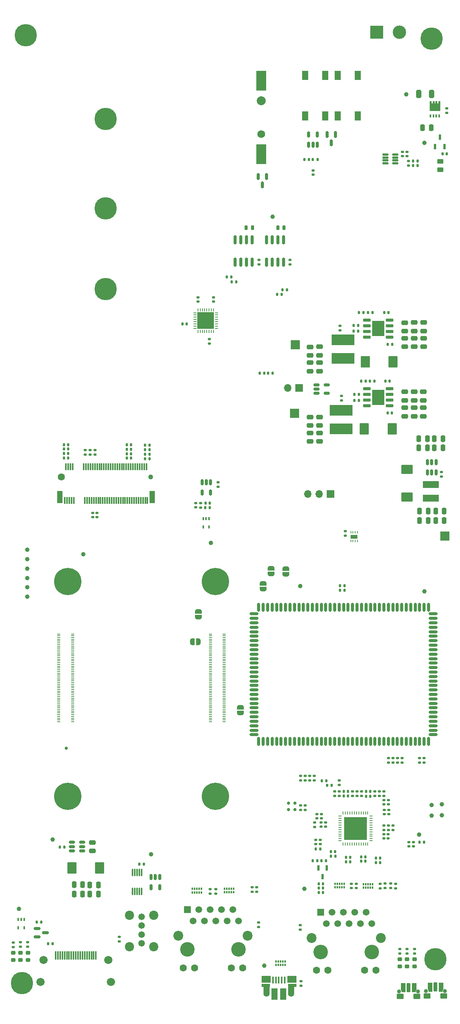
<source format=gbr>
%TF.GenerationSoftware,KiCad,Pcbnew,8.0.6*%
%TF.CreationDate,2025-01-01T18:14:05+00:00*%
%TF.ProjectId,srvant-mk2,73727661-6e74-42d6-9d6b-322e6b696361,rev?*%
%TF.SameCoordinates,Original*%
%TF.FileFunction,Soldermask,Top*%
%TF.FilePolarity,Negative*%
%FSLAX46Y46*%
G04 Gerber Fmt 4.6, Leading zero omitted, Abs format (unit mm)*
G04 Created by KiCad (PCBNEW 8.0.6) date 2025-01-01 18:14:05*
%MOMM*%
%LPD*%
G01*
G04 APERTURE LIST*
G04 Aperture macros list*
%AMRoundRect*
0 Rectangle with rounded corners*
0 $1 Rounding radius*
0 $2 $3 $4 $5 $6 $7 $8 $9 X,Y pos of 4 corners*
0 Add a 4 corners polygon primitive as box body*
4,1,4,$2,$3,$4,$5,$6,$7,$8,$9,$2,$3,0*
0 Add four circle primitives for the rounded corners*
1,1,$1+$1,$2,$3*
1,1,$1+$1,$4,$5*
1,1,$1+$1,$6,$7*
1,1,$1+$1,$8,$9*
0 Add four rect primitives between the rounded corners*
20,1,$1+$1,$2,$3,$4,$5,0*
20,1,$1+$1,$4,$5,$6,$7,0*
20,1,$1+$1,$6,$7,$8,$9,0*
20,1,$1+$1,$8,$9,$2,$3,0*%
%AMFreePoly0*
4,1,19,0.500000,-0.750000,0.000000,-0.750000,0.000000,-0.744911,-0.071157,-0.744911,-0.207708,-0.704816,-0.327430,-0.627875,-0.420627,-0.520320,-0.479746,-0.390866,-0.500000,-0.250000,-0.500000,0.250000,-0.479746,0.390866,-0.420627,0.520320,-0.327430,0.627875,-0.207708,0.704816,-0.071157,0.744911,0.000000,0.744911,0.000000,0.750000,0.500000,0.750000,0.500000,-0.750000,0.500000,-0.750000,
$1*%
%AMFreePoly1*
4,1,19,0.000000,0.744911,0.071157,0.744911,0.207708,0.704816,0.327430,0.627875,0.420627,0.520320,0.479746,0.390866,0.500000,0.250000,0.500000,-0.250000,0.479746,-0.390866,0.420627,-0.520320,0.327430,-0.627875,0.207708,-0.704816,0.071157,-0.744911,0.000000,-0.744911,0.000000,-0.750000,-0.500000,-0.750000,-0.500000,0.750000,0.000000,0.750000,0.000000,0.744911,0.000000,0.744911,
$1*%
%AMFreePoly2*
4,1,17,1.395000,0.765000,0.855000,0.765000,0.855000,0.535000,1.395000,0.535000,1.395000,0.115000,0.855000,0.115000,0.855000,-0.115000,1.395000,-0.115000,1.395000,-0.535000,0.855000,-0.535000,0.855000,-0.765000,1.395000,-0.765000,1.395000,-1.185000,-0.855000,-1.185000,-0.855000,1.185000,1.395000,1.185000,1.395000,0.765000,1.395000,0.765000,$1*%
G04 Aperture macros list end*
%ADD10C,0.010000*%
%ADD11RoundRect,0.140000X0.170000X-0.140000X0.170000X0.140000X-0.170000X0.140000X-0.170000X-0.140000X0*%
%ADD12RoundRect,0.250000X-0.250000X-0.475000X0.250000X-0.475000X0.250000X0.475000X-0.250000X0.475000X0*%
%ADD13RoundRect,0.140000X-0.170000X0.140000X-0.170000X-0.140000X0.170000X-0.140000X0.170000X0.140000X0*%
%ADD14RoundRect,0.135000X0.185000X-0.135000X0.185000X0.135000X-0.185000X0.135000X-0.185000X-0.135000X0*%
%ADD15RoundRect,0.135000X0.135000X0.185000X-0.135000X0.185000X-0.135000X-0.185000X0.135000X-0.185000X0*%
%ADD16C,1.000000*%
%ADD17R,1.397000X2.108200*%
%ADD18RoundRect,0.250000X0.475000X-0.250000X0.475000X0.250000X-0.475000X0.250000X-0.475000X-0.250000X0*%
%ADD19RoundRect,0.140000X0.140000X0.170000X-0.140000X0.170000X-0.140000X-0.170000X0.140000X-0.170000X0*%
%ADD20RoundRect,0.135000X-0.135000X-0.185000X0.135000X-0.185000X0.135000X0.185000X-0.135000X0.185000X0*%
%ADD21C,0.700000*%
%ADD22FreePoly0,270.000000*%
%ADD23FreePoly1,270.000000*%
%ADD24RoundRect,0.250000X0.250000X0.475000X-0.250000X0.475000X-0.250000X-0.475000X0.250000X-0.475000X0*%
%ADD25R,0.300000X0.550000*%
%ADD26R,0.400000X0.550000*%
%ADD27RoundRect,0.250000X-0.787500X-1.025000X0.787500X-1.025000X0.787500X1.025000X-0.787500X1.025000X0*%
%ADD28R,1.700000X1.700000*%
%ADD29O,1.700000X1.700000*%
%ADD30C,2.900000*%
%ADD31C,5.000000*%
%ADD32RoundRect,0.135000X-0.185000X0.135000X-0.185000X-0.135000X0.185000X-0.135000X0.185000X0.135000X0*%
%ADD33R,5.100000X2.350000*%
%ADD34R,2.710000X3.400000*%
%ADD35RoundRect,0.150000X0.737500X0.150000X-0.737500X0.150000X-0.737500X-0.150000X0.737500X-0.150000X0*%
%ADD36R,0.400000X0.650000*%
%ADD37RoundRect,0.150000X-0.150000X0.587500X-0.150000X-0.587500X0.150000X-0.587500X0.150000X0.587500X0*%
%ADD38RoundRect,0.150000X-0.150000X0.512500X-0.150000X-0.512500X0.150000X-0.512500X0.150000X0.512500X0*%
%ADD39C,1.473200*%
%ADD40C,2.057400*%
%ADD41RoundRect,0.250000X-0.450000X0.262500X-0.450000X-0.262500X0.450000X-0.262500X0.450000X0.262500X0*%
%ADD42C,0.900000*%
%ADD43RoundRect,0.102000X-0.300000X-0.900000X0.300000X-0.900000X0.300000X0.900000X-0.300000X0.900000X0*%
%ADD44RoundRect,0.102000X0.650000X0.450000X-0.650000X0.450000X-0.650000X-0.450000X0.650000X-0.450000X0*%
%ADD45RoundRect,0.102000X-0.650000X-0.450000X0.650000X-0.450000X0.650000X0.450000X-0.650000X0.450000X0*%
%ADD46RoundRect,0.140000X-0.140000X-0.170000X0.140000X-0.170000X0.140000X0.170000X-0.140000X0.170000X0*%
%ADD47RoundRect,0.218750X0.256250X-0.218750X0.256250X0.218750X-0.256250X0.218750X-0.256250X-0.218750X0*%
%ADD48RoundRect,0.250000X-0.475000X0.250000X-0.475000X-0.250000X0.475000X-0.250000X0.475000X0.250000X0*%
%ADD49R,0.558800X1.270000*%
%ADD50RoundRect,0.150000X0.200000X-0.150000X0.200000X0.150000X-0.200000X0.150000X-0.200000X-0.150000X0*%
%ADD51R,2.311400X4.495800*%
%ADD52C,1.752600*%
%ADD53C,2.006600*%
%ADD54RoundRect,0.250000X0.325000X0.650000X-0.325000X0.650000X-0.325000X-0.650000X0.325000X-0.650000X0*%
%ADD55RoundRect,0.150000X-0.150000X0.825000X-0.150000X-0.825000X0.150000X-0.825000X0.150000X0.825000X0*%
%ADD56R,0.420000X0.700000*%
%ADD57FreePoly2,90.000000*%
%ADD58R,0.254000X0.762000*%
%ADD59R,0.762000X0.254000*%
%ADD60R,3.708400X3.708400*%
%ADD61RoundRect,0.087500X-0.087500X0.725000X-0.087500X-0.725000X0.087500X-0.725000X0.087500X0.725000X0*%
%ADD62FreePoly0,90.000000*%
%ADD63FreePoly1,90.000000*%
%ADD64RoundRect,0.150000X-0.150000X-0.400000X0.150000X-0.400000X0.150000X0.400000X-0.150000X0.400000X0*%
%ADD65R,2.000000X2.000000*%
%ADD66C,3.250000*%
%ADD67R,1.500000X1.500000*%
%ADD68C,1.500000*%
%ADD69C,1.600000*%
%ADD70C,2.200000*%
%ADD71R,0.254800X0.757199*%
%ADD72R,0.757199X0.254800*%
%ADD73R,5.156200X5.156200*%
%ADD74R,0.330200X1.955800*%
%ADD75C,1.828800*%
%ADD76R,3.600000X1.500000*%
%ADD77RoundRect,0.218750X-0.256250X0.218750X-0.256250X-0.218750X0.256250X-0.218750X0.256250X0.218750X0*%
%ADD78RoundRect,0.125000X0.537500X0.125000X-0.537500X0.125000X-0.537500X-0.125000X0.537500X-0.125000X0*%
%ADD79RoundRect,0.150000X0.512500X0.150000X-0.512500X0.150000X-0.512500X-0.150000X0.512500X-0.150000X0*%
%ADD80RoundRect,0.250000X1.025000X-0.787500X1.025000X0.787500X-1.025000X0.787500X-1.025000X-0.787500X0*%
%ADD81C,6.100000*%
%ADD82R,0.700000X0.200000*%
%ADD83RoundRect,0.150000X-0.587500X-0.150000X0.587500X-0.150000X0.587500X0.150000X-0.587500X0.150000X0*%
%ADD84RoundRect,0.150000X0.150000X-0.512500X0.150000X0.512500X-0.150000X0.512500X-0.150000X-0.512500X0*%
%ADD85FreePoly0,180.000000*%
%ADD86FreePoly1,180.000000*%
%ADD87RoundRect,0.150000X-0.512500X-0.150000X0.512500X-0.150000X0.512500X0.150000X-0.512500X0.150000X0*%
%ADD88R,0.400000X1.650000*%
%ADD89R,1.825000X0.700000*%
%ADD90R,2.000000X1.500000*%
%ADD91R,1.350000X2.000000*%
%ADD92O,1.350000X1.700000*%
%ADD93O,1.100000X1.500000*%
%ADD94R,1.430000X2.500000*%
%ADD95O,2.000000X0.650000*%
%ADD96O,0.650000X2.000000*%
%ADD97R,0.250000X0.500000*%
%ADD98R,1.600000X0.900000*%
%ADD99R,3.000000X3.000000*%
%ADD100C,3.000000*%
%ADD101C,1.092200*%
%ADD102C,1.600200*%
%ADD103R,0.304800X1.549400*%
%ADD104R,1.193800X2.743200*%
G04 APERTURE END LIST*
D10*
%TO.C,SW4*%
X-30050000Y-217700000D02*
X-30833400Y-217700000D01*
X-30831180Y-217682769D01*
X-30828040Y-217648172D01*
X-30826610Y-217613459D01*
X-30826890Y-217578722D01*
X-30827680Y-217561366D01*
X-30827670Y-217561359D01*
X-30828610Y-217551850D01*
X-30830860Y-217532869D01*
X-30833580Y-217513950D01*
X-30836770Y-217495106D01*
X-30838540Y-217485716D01*
X-30840330Y-217476562D01*
X-30844260Y-217458331D01*
X-30848650Y-217440206D01*
X-30853480Y-217422194D01*
X-30856070Y-217413234D01*
X-30868650Y-217380716D01*
X-30898660Y-217317788D01*
X-30934880Y-217258225D01*
X-30976940Y-217202631D01*
X-31000000Y-217176500D01*
X-31000000Y-215700000D01*
X-30050000Y-215700000D01*
X-30050000Y-217700000D01*
G36*
X-30050000Y-217700000D02*
G01*
X-30833400Y-217700000D01*
X-30831180Y-217682769D01*
X-30828040Y-217648172D01*
X-30826610Y-217613459D01*
X-30826890Y-217578722D01*
X-30827680Y-217561366D01*
X-30827670Y-217561359D01*
X-30828610Y-217551850D01*
X-30830860Y-217532869D01*
X-30833580Y-217513950D01*
X-30836770Y-217495106D01*
X-30838540Y-217485716D01*
X-30840330Y-217476562D01*
X-30844260Y-217458331D01*
X-30848650Y-217440206D01*
X-30853480Y-217422194D01*
X-30856070Y-217413234D01*
X-30868650Y-217380716D01*
X-30898660Y-217317788D01*
X-30934880Y-217258225D01*
X-30976940Y-217202631D01*
X-31000000Y-217176500D01*
X-31000000Y-215700000D01*
X-30050000Y-215700000D01*
X-30050000Y-217700000D01*
G37*
X-27600000Y-217176500D02*
X-27599970Y-217176500D01*
X-27623060Y-217202631D01*
X-27665120Y-217258225D01*
X-27701340Y-217317788D01*
X-27731350Y-217380716D01*
X-27743920Y-217413234D01*
X-27746510Y-217422194D01*
X-27751350Y-217440206D01*
X-27755730Y-217458331D01*
X-27759670Y-217476562D01*
X-27761460Y-217485712D01*
X-27761460Y-217485716D01*
X-27763230Y-217495106D01*
X-27766420Y-217513950D01*
X-27769140Y-217532869D01*
X-27771390Y-217551850D01*
X-27772330Y-217561359D01*
X-27772320Y-217561366D01*
X-27773100Y-217578722D01*
X-27773390Y-217613459D01*
X-27771960Y-217648172D01*
X-27768820Y-217682769D01*
X-27766600Y-217700000D01*
X-28550000Y-217700000D01*
X-28550000Y-215700000D01*
X-27600000Y-215700000D01*
X-27600000Y-217176500D01*
G36*
X-27600000Y-217176500D02*
G01*
X-27599970Y-217176500D01*
X-27623060Y-217202631D01*
X-27665120Y-217258225D01*
X-27701340Y-217317788D01*
X-27731350Y-217380716D01*
X-27743920Y-217413234D01*
X-27746510Y-217422194D01*
X-27751350Y-217440206D01*
X-27755730Y-217458331D01*
X-27759670Y-217476562D01*
X-27761460Y-217485712D01*
X-27761460Y-217485716D01*
X-27763230Y-217495106D01*
X-27766420Y-217513950D01*
X-27769140Y-217532869D01*
X-27771390Y-217551850D01*
X-27772330Y-217561359D01*
X-27772320Y-217561366D01*
X-27773100Y-217578722D01*
X-27773390Y-217613459D01*
X-27771960Y-217648172D01*
X-27768820Y-217682769D01*
X-27766600Y-217700000D01*
X-28550000Y-217700000D01*
X-28550000Y-215700000D01*
X-27600000Y-215700000D01*
X-27600000Y-217176500D01*
G37*
%TO.C,SW1*%
X-24050000Y-217600000D02*
X-24833400Y-217600000D01*
X-24831180Y-217582769D01*
X-24828040Y-217548172D01*
X-24826610Y-217513459D01*
X-24826890Y-217478722D01*
X-24827680Y-217461366D01*
X-24827670Y-217461359D01*
X-24828610Y-217451850D01*
X-24830860Y-217432869D01*
X-24833580Y-217413950D01*
X-24836770Y-217395106D01*
X-24838540Y-217385716D01*
X-24840330Y-217376562D01*
X-24844260Y-217358331D01*
X-24848650Y-217340206D01*
X-24853480Y-217322194D01*
X-24856070Y-217313234D01*
X-24868650Y-217280716D01*
X-24898660Y-217217788D01*
X-24934880Y-217158225D01*
X-24976940Y-217102631D01*
X-25000000Y-217076500D01*
X-25000000Y-215600000D01*
X-24050000Y-215600000D01*
X-24050000Y-217600000D01*
G36*
X-24050000Y-217600000D02*
G01*
X-24833400Y-217600000D01*
X-24831180Y-217582769D01*
X-24828040Y-217548172D01*
X-24826610Y-217513459D01*
X-24826890Y-217478722D01*
X-24827680Y-217461366D01*
X-24827670Y-217461359D01*
X-24828610Y-217451850D01*
X-24830860Y-217432869D01*
X-24833580Y-217413950D01*
X-24836770Y-217395106D01*
X-24838540Y-217385716D01*
X-24840330Y-217376562D01*
X-24844260Y-217358331D01*
X-24848650Y-217340206D01*
X-24853480Y-217322194D01*
X-24856070Y-217313234D01*
X-24868650Y-217280716D01*
X-24898660Y-217217788D01*
X-24934880Y-217158225D01*
X-24976940Y-217102631D01*
X-25000000Y-217076500D01*
X-25000000Y-215600000D01*
X-24050000Y-215600000D01*
X-24050000Y-217600000D01*
G37*
X-21600000Y-217076500D02*
X-21599970Y-217076500D01*
X-21623060Y-217102631D01*
X-21665120Y-217158225D01*
X-21701340Y-217217788D01*
X-21731350Y-217280716D01*
X-21743920Y-217313234D01*
X-21746510Y-217322194D01*
X-21751350Y-217340206D01*
X-21755730Y-217358331D01*
X-21759670Y-217376562D01*
X-21761460Y-217385712D01*
X-21761460Y-217385716D01*
X-21763230Y-217395106D01*
X-21766420Y-217413950D01*
X-21769140Y-217432869D01*
X-21771390Y-217451850D01*
X-21772330Y-217461359D01*
X-21772320Y-217461366D01*
X-21773100Y-217478722D01*
X-21773390Y-217513459D01*
X-21771960Y-217548172D01*
X-21768820Y-217582769D01*
X-21766600Y-217600000D01*
X-22550000Y-217600000D01*
X-22550000Y-215600000D01*
X-21600000Y-215600000D01*
X-21600000Y-217076500D01*
G36*
X-21600000Y-217076500D02*
G01*
X-21599970Y-217076500D01*
X-21623060Y-217102631D01*
X-21665120Y-217158225D01*
X-21701340Y-217217788D01*
X-21731350Y-217280716D01*
X-21743920Y-217313234D01*
X-21746510Y-217322194D01*
X-21751350Y-217340206D01*
X-21755730Y-217358331D01*
X-21759670Y-217376562D01*
X-21761460Y-217385712D01*
X-21761460Y-217385716D01*
X-21763230Y-217395106D01*
X-21766420Y-217413950D01*
X-21769140Y-217432869D01*
X-21771390Y-217451850D01*
X-21772330Y-217461359D01*
X-21772320Y-217461366D01*
X-21773100Y-217478722D01*
X-21773390Y-217513459D01*
X-21771960Y-217548172D01*
X-21768820Y-217582769D01*
X-21766600Y-217600000D01*
X-22550000Y-217600000D01*
X-22550000Y-215600000D01*
X-21600000Y-215600000D01*
X-21600000Y-217076500D01*
G37*
%TD*%
D11*
%TO.C,C96*%
X-73841200Y-72778800D03*
X-73841200Y-71818800D03*
%TD*%
D12*
%TO.C,C77*%
X-100566500Y-195826400D03*
X-98666500Y-195826400D03*
%TD*%
D13*
%TO.C,C15*%
X-21900000Y-101532500D03*
X-21900000Y-102492500D03*
%TD*%
%TO.C,C82*%
X-43393800Y-114737400D03*
X-43393800Y-115697400D03*
%TD*%
D14*
%TO.C,R18*%
X-32800000Y-166478000D03*
X-32800000Y-165458000D03*
%TD*%
D15*
%TO.C,R46*%
X-47690000Y-170500000D03*
X-48710000Y-170500000D03*
%TD*%
D16*
%TO.C,TP14*%
X-102000000Y-119900000D03*
%TD*%
D14*
%TO.C,R15*%
X-34530700Y-194504000D03*
X-34530700Y-193484000D03*
%TD*%
D16*
%TO.C,TP17*%
X-61586400Y-211844000D03*
%TD*%
D17*
%TO.C,SW3*%
X-47929800Y-12852400D03*
X-47929800Y-21945600D03*
X-52400200Y-12852400D03*
X-52400200Y-21945600D03*
%TD*%
D18*
%TO.C,C25*%
X-49200000Y-91112500D03*
X-49200000Y-89212500D03*
%TD*%
D19*
%TO.C,C14*%
X-33520000Y-81162500D03*
X-34480000Y-81162500D03*
%TD*%
D20*
%TO.C,R11*%
X-62610000Y-79400000D03*
X-61590000Y-79400000D03*
%TD*%
D21*
%TO.C,TP15*%
X-105800000Y-163200000D03*
%TD*%
D22*
%TO.C,JP2*%
X-66929000Y-154051000D03*
D23*
X-66929000Y-155351000D03*
%TD*%
D24*
%TO.C,C4*%
X-25100000Y-96062500D03*
X-27000000Y-96062500D03*
%TD*%
D16*
%TO.C,TP10*%
X-26900000Y-182500000D03*
%TD*%
D25*
%TO.C,U19*%
X-68407600Y-194619600D03*
X-68907600Y-194619600D03*
D26*
X-69407600Y-194619600D03*
D25*
X-69907600Y-194619600D03*
X-70407600Y-194619600D03*
X-70407600Y-195389600D03*
X-69907600Y-195389600D03*
D26*
X-69407600Y-195389600D03*
D25*
X-68907600Y-195389600D03*
X-68407600Y-195389600D03*
%TD*%
D27*
%TO.C,C120*%
X-38962500Y-76862500D03*
X-32737500Y-76862500D03*
%TD*%
D16*
%TO.C,TRST1*%
X-114554000Y-127272000D03*
%TD*%
D19*
%TO.C,C85*%
X-91320000Y-95400000D03*
X-92280000Y-95400000D03*
%TD*%
D14*
%TO.C,R61*%
X-100500000Y-97600000D03*
X-100500000Y-96580000D03*
%TD*%
D20*
%TO.C,R75*%
X-69910000Y-57900000D03*
X-68890000Y-57900000D03*
%TD*%
D15*
%TO.C,R53*%
X-106238000Y-185292000D03*
X-107258000Y-185292000D03*
%TD*%
D28*
%TO.C,J3*%
X-46760000Y-106400000D03*
D29*
X-49300000Y-106400000D03*
X-51840000Y-106400000D03*
%TD*%
D19*
%TO.C,C62*%
X-45674600Y-187341400D03*
X-46634600Y-187341400D03*
%TD*%
%TO.C,C87*%
X-91320000Y-97400000D03*
X-92280000Y-97400000D03*
%TD*%
D30*
%TO.C,H1*%
X-97000000Y-60600000D03*
D31*
X-97000000Y-60600000D03*
%TD*%
D32*
%TO.C,R57*%
X-75794800Y-108423400D03*
X-75794800Y-109443400D03*
%TD*%
D13*
%TO.C,C35*%
X-34800000Y-174820000D03*
X-34800000Y-175780000D03*
%TD*%
D32*
%TO.C,R30*%
X-53400000Y-169390000D03*
X-53400000Y-170410000D03*
%TD*%
D33*
%TO.C,L4*%
X-43950000Y-71987500D03*
X-43950000Y-76137500D03*
%TD*%
D34*
%TO.C,U26*%
X-36070000Y-69412500D03*
D35*
X-33507500Y-71317500D03*
X-33507500Y-70047500D03*
X-33507500Y-68777500D03*
X-33507500Y-67507500D03*
X-38632500Y-67507500D03*
X-38632500Y-68777500D03*
X-38632500Y-70047500D03*
X-38632500Y-71317500D03*
%TD*%
D11*
%TO.C,C34*%
X-34700000Y-177980000D03*
X-34700000Y-177020000D03*
%TD*%
D36*
%TO.C,U18*%
X-115250000Y-201450000D03*
X-115900000Y-201450000D03*
X-116550000Y-201450000D03*
X-116550000Y-203350000D03*
X-115250000Y-203350000D03*
%TD*%
D37*
%TO.C,D9*%
X-45598000Y-26035000D03*
X-47498000Y-26035000D03*
X-46548000Y-27910000D03*
%TD*%
D14*
%TO.C,R24*%
X-52400000Y-177010000D03*
X-52400000Y-175990000D03*
%TD*%
D19*
%TO.C,C93*%
X-105390000Y-96370000D03*
X-106350000Y-96370000D03*
%TD*%
%TO.C,C125*%
X-48420000Y-194500000D03*
X-49380000Y-194500000D03*
%TD*%
D20*
%TO.C,R54*%
X-89510000Y-189100000D03*
X-88490000Y-189100000D03*
%TD*%
%TO.C,FB2*%
X-26810000Y-184200000D03*
X-25790000Y-184200000D03*
%TD*%
D12*
%TO.C,C19*%
X-23200000Y-110212500D03*
X-21300000Y-110212500D03*
%TD*%
D38*
%TO.C,U24*%
X-73570000Y-103762500D03*
X-74520000Y-103762500D03*
X-75470000Y-103762500D03*
X-75470000Y-106037500D03*
X-73570000Y-106037500D03*
%TD*%
D11*
%TO.C,C104*%
X-72430200Y-195709200D03*
X-72430200Y-194749200D03*
%TD*%
D25*
%TO.C,U20*%
X-75638600Y-194670400D03*
X-76138600Y-194670400D03*
D26*
X-76638600Y-194670400D03*
D25*
X-77138600Y-194670400D03*
X-77638600Y-194670400D03*
X-77638600Y-195440400D03*
X-77138600Y-195440400D03*
D26*
X-76638600Y-195440400D03*
D25*
X-76138600Y-195440400D03*
X-75638600Y-195440400D03*
%TD*%
D16*
%TO.C,USBOTG_ID*%
X-86868000Y-186944000D03*
%TD*%
D39*
%TO.C,J11*%
X-88988349Y-206857350D03*
X-88988349Y-204857351D03*
X-88988349Y-202857350D03*
X-88988349Y-200857352D03*
D40*
X-91708349Y-207587351D03*
X-86268349Y-207587351D03*
X-91708349Y-200587350D03*
X-86268349Y-200587350D03*
%TD*%
D19*
%TO.C,C90*%
X-73740000Y-108400000D03*
X-74700000Y-108400000D03*
%TD*%
D20*
%TO.C,R76*%
X-68810000Y-59000000D03*
X-67790000Y-59000000D03*
%TD*%
D12*
%TO.C,C75*%
X-100566500Y-193743600D03*
X-98666500Y-193743600D03*
%TD*%
D41*
%TO.C,R2*%
X-22200000Y-32087500D03*
X-22200000Y-33912500D03*
%TD*%
D13*
%TO.C,C66*%
X-48813000Y-179820000D03*
X-48813000Y-180780000D03*
%TD*%
D14*
%TO.C,R1*%
X-20758400Y-21261100D03*
X-20758400Y-20241100D03*
%TD*%
D33*
%TO.C,L2*%
X-44400000Y-87687500D03*
X-44400000Y-91837500D03*
%TD*%
D32*
%TO.C,R40*%
X-36800000Y-172890000D03*
X-36800000Y-173910000D03*
%TD*%
D42*
%TO.C,SW4*%
X-31425000Y-217600000D03*
X-27175000Y-217600000D03*
D43*
X-29300000Y-216700000D03*
D44*
X-31150000Y-218650000D03*
D45*
X-27450000Y-218650000D03*
%TD*%
D24*
%TO.C,C6*%
X-25100000Y-94012500D03*
X-27000000Y-94012500D03*
%TD*%
D46*
%TO.C,C45*%
X-39874600Y-188483800D03*
X-38914600Y-188483800D03*
%TD*%
D47*
%TO.C,D3*%
X-29600000Y-211987500D03*
X-29600000Y-210412500D03*
%TD*%
D14*
%TO.C,R20*%
X-25800000Y-166410000D03*
X-25800000Y-165390000D03*
%TD*%
D20*
%TO.C,R71*%
X-44610000Y-127900000D03*
X-43590000Y-127900000D03*
%TD*%
D46*
%TO.C,C42*%
X-88200000Y-96500000D03*
X-87240000Y-96500000D03*
%TD*%
D11*
%TO.C,C33*%
X-32800000Y-181480000D03*
X-32800000Y-180520000D03*
%TD*%
D20*
%TO.C,R69*%
X-38360000Y-65862500D03*
X-37340000Y-65862500D03*
%TD*%
D32*
%TO.C,R36*%
X-44800000Y-172890000D03*
X-44800000Y-173910000D03*
%TD*%
D19*
%TO.C,C92*%
X-105390000Y-95370000D03*
X-106350000Y-95370000D03*
%TD*%
%TO.C,C112*%
X-33770000Y-65862500D03*
X-34730000Y-65862500D03*
%TD*%
D46*
%TO.C,C114*%
X-41530000Y-69962500D03*
X-40570000Y-69962500D03*
%TD*%
D14*
%TO.C,R66*%
X-63230000Y-195300000D03*
X-63230000Y-194280000D03*
%TD*%
D18*
%TO.C,C12*%
X-28050000Y-85462500D03*
X-28050000Y-83562500D03*
%TD*%
D48*
%TO.C,C7*%
X-28050000Y-87112500D03*
X-28050000Y-89012500D03*
%TD*%
D14*
%TO.C,R33*%
X-45847000Y-173865000D03*
X-45847000Y-172845000D03*
%TD*%
D49*
%TO.C,D1*%
X-23328700Y-28756800D03*
X-21271300Y-28756800D03*
X-22300000Y-26674000D03*
%TD*%
D16*
%TO.C,TP19*%
X-59690000Y-44450000D03*
%TD*%
%TO.C,TP8*%
X-24130000Y-178308000D03*
%TD*%
D20*
%TO.C,R73*%
X-52580000Y-31623000D03*
X-51560000Y-31623000D03*
%TD*%
D47*
%TO.C,D10*%
X-117700000Y-210515150D03*
X-117700000Y-208940150D03*
%TD*%
D48*
%TO.C,C117*%
X-49200000Y-77062500D03*
X-49200000Y-78962500D03*
%TD*%
D34*
%TO.C,U2*%
X-36050000Y-84812500D03*
D35*
X-33487500Y-86717500D03*
X-33487500Y-85447500D03*
X-33487500Y-84177500D03*
X-33487500Y-82907500D03*
X-38612500Y-82907500D03*
X-38612500Y-84177500D03*
X-38612500Y-85447500D03*
X-38612500Y-86717500D03*
%TD*%
D19*
%TO.C,C69*%
X-33020000Y-88262500D03*
X-33980000Y-88262500D03*
%TD*%
D48*
%TO.C,C110*%
X-30150000Y-71612500D03*
X-30150000Y-73512500D03*
%TD*%
D13*
%TO.C,C54*%
X-28200000Y-184220000D03*
X-28200000Y-185180000D03*
%TD*%
D50*
%TO.C,D6*%
X-56100000Y-175500000D03*
X-56100000Y-176900000D03*
%TD*%
D16*
%TO.C,nOCS1*%
X-108848000Y-183592000D03*
%TD*%
D48*
%TO.C,C13*%
X-26000000Y-87112500D03*
X-26000000Y-89012500D03*
%TD*%
%TO.C,C26*%
X-49200000Y-92762500D03*
X-49200000Y-94662500D03*
%TD*%
D46*
%TO.C,C41*%
X-38780000Y-173941400D03*
X-37820000Y-173941400D03*
%TD*%
D50*
%TO.C,D5*%
X-54700000Y-175500000D03*
X-54700000Y-176900000D03*
%TD*%
D51*
%TO.C,BT1*%
X-62200000Y-30475010D03*
X-62200000Y-14074992D03*
D52*
X-62200000Y-26000000D03*
D53*
X-62200000Y-18550091D03*
%TD*%
D54*
%TO.C,C1*%
X-24100000Y-17007500D03*
X-27050000Y-17007500D03*
%TD*%
D55*
%TO.C,U6*%
X-57195000Y-49625000D03*
X-58465000Y-49625000D03*
X-59735000Y-49625000D03*
X-61005000Y-49625000D03*
X-61005000Y-54575000D03*
X-59735000Y-54575000D03*
X-58465000Y-54575000D03*
X-57195000Y-54575000D03*
%TD*%
D25*
%TO.C,U11*%
X-45710000Y-194335000D03*
X-45210000Y-194335000D03*
D26*
X-44710000Y-194335000D03*
D25*
X-44210000Y-194335000D03*
X-43710000Y-194335000D03*
X-43710000Y-193565000D03*
X-44210000Y-193565000D03*
D26*
X-44710000Y-193565000D03*
D25*
X-45210000Y-193565000D03*
X-45710000Y-193565000D03*
%TD*%
D13*
%TO.C,C30*%
X-30644700Y-29927400D03*
X-30644700Y-30887400D03*
%TD*%
D19*
%TO.C,C126*%
X-48420000Y-195500000D03*
X-49380000Y-195500000D03*
%TD*%
D32*
%TO.C,R39*%
X-39800000Y-172890000D03*
X-39800000Y-173910000D03*
%TD*%
D30*
%TO.C,H6*%
X-23300000Y-210400000D03*
D31*
X-23300000Y-210400000D03*
%TD*%
D11*
%TO.C,C94*%
X-76391300Y-63408750D03*
X-76391300Y-62448750D03*
%TD*%
D32*
%TO.C,FB1*%
X-53321600Y-215268400D03*
X-53321600Y-216288400D03*
%TD*%
D14*
%TO.C,R17*%
X-33316500Y-194504000D03*
X-33316500Y-193484000D03*
%TD*%
D32*
%TO.C,R25*%
X-50300000Y-179790000D03*
X-50300000Y-180810000D03*
%TD*%
D20*
%TO.C,R5*%
X-39910000Y-81162500D03*
X-38890000Y-81162500D03*
%TD*%
%TO.C,R12*%
X-60710000Y-79400000D03*
X-59690000Y-79400000D03*
%TD*%
D14*
%TO.C,R48*%
X-44800000Y-171410000D03*
X-44800000Y-170390000D03*
%TD*%
D18*
%TO.C,C9*%
X-30100000Y-85462500D03*
X-30100000Y-83562500D03*
%TD*%
D15*
%TO.C,R59*%
X-73735400Y-109466800D03*
X-74755400Y-109466800D03*
%TD*%
D18*
%TO.C,C116*%
X-49200000Y-75412500D03*
X-49200000Y-73512500D03*
%TD*%
D13*
%TO.C,C63*%
X-34800000Y-182420000D03*
X-34800000Y-183380000D03*
%TD*%
D14*
%TO.C,R13*%
X-29600000Y-209110000D03*
X-29600000Y-208090000D03*
%TD*%
D19*
%TO.C,C91*%
X-91320000Y-98400000D03*
X-92280000Y-98400000D03*
%TD*%
D46*
%TO.C,C2*%
X-21680000Y-30400000D03*
X-20720000Y-30400000D03*
%TD*%
D48*
%TO.C,C5*%
X-30100000Y-87112500D03*
X-30100000Y-89012500D03*
%TD*%
D56*
%TO.C,Q1*%
X-24375000Y-21907500D03*
X-23725000Y-21907500D03*
X-23075000Y-21907500D03*
X-22425000Y-21907500D03*
D57*
X-23400000Y-19952500D03*
%TD*%
D16*
%TO.C,TP13*%
X-21844000Y-178181000D03*
%TD*%
D14*
%TO.C,R60*%
X-116055200Y-207615050D03*
X-116055200Y-206595050D03*
%TD*%
D19*
%TO.C,C111*%
X-32970000Y-72962500D03*
X-33930000Y-72962500D03*
%TD*%
D32*
%TO.C,R42*%
X-50400000Y-169390000D03*
X-50400000Y-170410000D03*
%TD*%
D14*
%TO.C,R68*%
X-101600000Y-97600000D03*
X-101600000Y-96580000D03*
%TD*%
D16*
%TO.C,TP21*%
X-53500000Y-127000000D03*
%TD*%
D20*
%TO.C,R72*%
X-44610000Y-126900000D03*
X-43590000Y-126900000D03*
%TD*%
D11*
%TO.C,C40*%
X-42077600Y-194450000D03*
X-42077600Y-193490000D03*
%TD*%
D42*
%TO.C,SW1*%
X-25425000Y-217500000D03*
X-21175000Y-217500000D03*
D43*
X-23300000Y-216600000D03*
D44*
X-25150000Y-218550000D03*
D45*
X-21450000Y-218550000D03*
%TD*%
D16*
%TO.C,TCK1*%
X-114554000Y-123072000D03*
%TD*%
D15*
%TO.C,R8*%
X-27290000Y-33000000D03*
X-28310000Y-33000000D03*
%TD*%
D11*
%TO.C,C44*%
X-40960000Y-194450000D03*
X-40960000Y-193490000D03*
%TD*%
D14*
%TO.C,R67*%
X-64271000Y-195333800D03*
X-64271000Y-194313800D03*
%TD*%
D38*
%TO.C,U1*%
X-23150000Y-99275000D03*
X-24100000Y-99275000D03*
X-25050000Y-99275000D03*
X-25050000Y-101550000D03*
X-24100000Y-101550000D03*
X-23150000Y-101550000D03*
%TD*%
D19*
%TO.C,C86*%
X-91320000Y-96400000D03*
X-92280000Y-96400000D03*
%TD*%
D11*
%TO.C,C43*%
X-33800000Y-181480000D03*
X-33800000Y-180520000D03*
%TD*%
D18*
%TO.C,C70*%
X-100032700Y-186167400D03*
X-100032700Y-184267400D03*
%TD*%
D24*
%TO.C,C79*%
X-102185500Y-195825600D03*
X-104085500Y-195825600D03*
%TD*%
D16*
%TO.C,TMS1*%
X-114554000Y-125172000D03*
%TD*%
%TO.C,TDO1*%
X-114554000Y-120972000D03*
%TD*%
%TO.C,TP5*%
X-25781000Y-128143000D03*
%TD*%
D19*
%TO.C,C55*%
X-49720000Y-188400000D03*
X-50680000Y-188400000D03*
%TD*%
D32*
%TO.C,R41*%
X-35784000Y-172890000D03*
X-35784000Y-173910000D03*
%TD*%
D13*
%TO.C,C39*%
X-33800000Y-174820000D03*
X-33800000Y-175780000D03*
%TD*%
D15*
%TO.C,R4*%
X-40390000Y-84162500D03*
X-41410000Y-84162500D03*
%TD*%
D18*
%TO.C,C118*%
X-51300000Y-75462500D03*
X-51300000Y-73562500D03*
%TD*%
%TO.C,C109*%
X-25950000Y-69962500D03*
X-25950000Y-68062500D03*
%TD*%
D13*
%TO.C,C29*%
X-29300000Y-32020000D03*
X-29300000Y-32980000D03*
%TD*%
D16*
%TO.C,TP20*%
X-73533000Y-117348000D03*
%TD*%
D19*
%TO.C,C48*%
X-42325400Y-187584000D03*
X-43285400Y-187584000D03*
%TD*%
D32*
%TO.C,R34*%
X-52400000Y-169390000D03*
X-52400000Y-170410000D03*
%TD*%
D11*
%TO.C,C89*%
X-76887000Y-109413400D03*
X-76887000Y-108453400D03*
%TD*%
D30*
%TO.C,H5*%
X-115700000Y-215700000D03*
D31*
X-115700000Y-215700000D03*
%TD*%
D58*
%TO.C,U23*%
X-72891301Y-65220900D03*
X-73391300Y-65220900D03*
X-73891299Y-65220900D03*
X-74391300Y-65220900D03*
X-74891300Y-65220900D03*
X-75391301Y-65220900D03*
X-75891300Y-65220900D03*
X-76391299Y-65220900D03*
D59*
X-77067000Y-65896601D03*
X-77067000Y-66396600D03*
X-77067000Y-66896599D03*
X-77067000Y-67396600D03*
X-77067000Y-67896600D03*
X-77067000Y-68396601D03*
X-77067000Y-68896600D03*
X-77067000Y-69396599D03*
D58*
X-76391299Y-70072300D03*
X-75891300Y-70072300D03*
X-75391301Y-70072300D03*
X-74891300Y-70072300D03*
X-74391300Y-70072300D03*
X-73891299Y-70072300D03*
X-73391300Y-70072300D03*
X-72891301Y-70072300D03*
D59*
X-72215600Y-69396599D03*
X-72215600Y-68896600D03*
X-72215600Y-68396601D03*
X-72215600Y-67896600D03*
X-72215600Y-67396600D03*
X-72215600Y-66896599D03*
X-72215600Y-66396600D03*
X-72215600Y-65896601D03*
D60*
X-74641300Y-67646600D03*
%TD*%
D24*
%TO.C,C3*%
X-24250000Y-24500000D03*
X-26150000Y-24500000D03*
%TD*%
D61*
%TO.C,U15*%
X-89000000Y-190987500D03*
X-89500000Y-190987500D03*
X-90000000Y-190987500D03*
X-90500000Y-190987500D03*
X-91000000Y-190987500D03*
X-91000000Y-195212500D03*
X-90500000Y-195212500D03*
X-90000000Y-195212500D03*
X-89500000Y-195212500D03*
X-89000000Y-195212500D03*
%TD*%
D14*
%TO.C,R56*%
X-99400000Y-97600000D03*
X-99400000Y-96580000D03*
%TD*%
D46*
%TO.C,C97*%
X-79858400Y-68412600D03*
X-78898400Y-68412600D03*
%TD*%
D24*
%TO.C,C22*%
X-24900000Y-110212500D03*
X-26800000Y-110212500D03*
%TD*%
D48*
%TO.C,C108*%
X-25950000Y-71612500D03*
X-25950000Y-73512500D03*
%TD*%
D30*
%TO.C,H7*%
X-24100000Y-4600000D03*
D31*
X-24100000Y-4600000D03*
%TD*%
D46*
%TO.C,C84*%
X-88200000Y-98500000D03*
X-87240000Y-98500000D03*
%TD*%
D20*
%TO.C,R29*%
X-50010000Y-185700000D03*
X-48990000Y-185700000D03*
%TD*%
D62*
%TO.C,JP6*%
X-61800000Y-127650000D03*
D63*
X-61800000Y-126350000D03*
%TD*%
D19*
%TO.C,C73*%
X-108920000Y-206900000D03*
X-109880000Y-206900000D03*
%TD*%
D64*
%TO.C,Y3*%
X-65590000Y-46881800D03*
X-64190000Y-46881800D03*
%TD*%
D11*
%TO.C,C32*%
X-55800000Y-55080000D03*
X-55800000Y-54120000D03*
%TD*%
D13*
%TO.C,C31*%
X-29628700Y-29927400D03*
X-29628700Y-30887400D03*
%TD*%
%TO.C,C46*%
X-49000000Y-183720000D03*
X-49000000Y-184680000D03*
%TD*%
D46*
%TO.C,C102*%
X-88200000Y-97500000D03*
X-87240000Y-97500000D03*
%TD*%
D20*
%TO.C,R79*%
X-48810000Y-188400000D03*
X-47790000Y-188400000D03*
%TD*%
D55*
%TO.C,U17*%
X-64295000Y-49625000D03*
X-65565000Y-49625000D03*
X-66835000Y-49625000D03*
X-68105000Y-49625000D03*
X-68105000Y-54575000D03*
X-66835000Y-54575000D03*
X-65565000Y-54575000D03*
X-64295000Y-54575000D03*
%TD*%
D14*
%TO.C,R51*%
X-32148100Y-194520000D03*
X-32148100Y-193500000D03*
%TD*%
D62*
%TO.C,JP5*%
X-60000000Y-124300000D03*
D63*
X-60000000Y-123000000D03*
%TD*%
D14*
%TO.C,R21*%
X-26800000Y-166410000D03*
X-26800000Y-165390000D03*
%TD*%
D11*
%TO.C,C67*%
X-99900000Y-111580000D03*
X-99900000Y-110620000D03*
%TD*%
D14*
%TO.C,R65*%
X-114455200Y-207615050D03*
X-114455200Y-206595050D03*
%TD*%
D65*
%TO.C,TP23*%
X-54610000Y-73025000D03*
%TD*%
D32*
%TO.C,R16*%
X-44300000Y-84462500D03*
X-44300000Y-85482500D03*
%TD*%
D16*
%TO.C,TP1*%
X-25700000Y-27900000D03*
%TD*%
D12*
%TO.C,C21*%
X-23200000Y-112312500D03*
X-21300000Y-112312500D03*
%TD*%
D46*
%TO.C,C57*%
X-36580000Y-187800000D03*
X-35620000Y-187800000D03*
%TD*%
D16*
%TO.C,TDI1*%
X-114554000Y-129372000D03*
%TD*%
D20*
%TO.C,R10*%
X-57510000Y-60800000D03*
X-56490000Y-60800000D03*
%TD*%
D46*
%TO.C,C72*%
X-112417400Y-202099400D03*
X-111457400Y-202099400D03*
%TD*%
D38*
%TO.C,U13*%
X-84963000Y-192024000D03*
X-85913000Y-192024000D03*
X-86863000Y-192024000D03*
X-86863000Y-194299000D03*
X-84963000Y-194299000D03*
%TD*%
D13*
%TO.C,C88*%
X-62700000Y-54120000D03*
X-62700000Y-55080000D03*
%TD*%
D19*
%TO.C,C99*%
X-105390000Y-98370000D03*
X-106350000Y-98370000D03*
%TD*%
D66*
%TO.C,J5*%
X-48915000Y-208730000D03*
X-37485000Y-208730000D03*
D67*
X-48915000Y-199840000D03*
D68*
X-47645000Y-202380000D03*
X-46375000Y-199840000D03*
X-45105000Y-202380000D03*
X-43835000Y-199840000D03*
X-42565000Y-202380000D03*
X-41295000Y-199840000D03*
X-40025000Y-202380000D03*
X-38755000Y-199840000D03*
X-37485000Y-202380000D03*
D69*
X-49830000Y-212810000D03*
X-47290000Y-212810000D03*
X-39110000Y-212810000D03*
X-36570000Y-212810000D03*
D70*
X-50945000Y-205680000D03*
X-35455000Y-205680000D03*
%TD*%
D47*
%TO.C,D11*%
X-27940000Y-211985000D03*
X-27940000Y-210410000D03*
%TD*%
D71*
%TO.C,U12*%
X-43902000Y-184602001D03*
X-43402001Y-184602001D03*
X-42901999Y-184602001D03*
X-42402000Y-184602001D03*
X-41902001Y-184602001D03*
X-41402000Y-184602001D03*
X-40902000Y-184602001D03*
X-40401999Y-184602001D03*
X-39902000Y-184602001D03*
X-39402001Y-184602001D03*
X-38901999Y-184602001D03*
X-38402000Y-184602001D03*
D72*
X-37700000Y-183900001D03*
X-37700000Y-183400002D03*
X-37700000Y-182900000D03*
X-37700000Y-182400001D03*
X-37700000Y-181900002D03*
X-37700000Y-181400001D03*
X-37700000Y-180900001D03*
X-37700000Y-180400000D03*
X-37700000Y-179900001D03*
X-37700000Y-179400002D03*
X-37700000Y-178900000D03*
X-37700000Y-178400001D03*
D71*
X-38402000Y-177698001D03*
X-38901999Y-177698001D03*
X-39402001Y-177698001D03*
X-39902000Y-177698001D03*
X-40401999Y-177698001D03*
X-40902000Y-177698001D03*
X-41402000Y-177698001D03*
X-41902001Y-177698001D03*
X-42402000Y-177698001D03*
X-42901999Y-177698001D03*
X-43402001Y-177698001D03*
X-43902000Y-177698001D03*
D72*
X-44604000Y-178400001D03*
X-44604000Y-178900000D03*
X-44604000Y-179400002D03*
X-44604000Y-179900001D03*
X-44604000Y-180400000D03*
X-44604000Y-180900001D03*
X-44604000Y-181400001D03*
X-44604000Y-181900002D03*
X-44604000Y-182400001D03*
X-44604000Y-182900000D03*
X-44604000Y-183400002D03*
X-44604000Y-183900001D03*
D73*
X-41152000Y-181150001D03*
%TD*%
D18*
%TO.C,C23*%
X-51300000Y-91112500D03*
X-51300000Y-89212500D03*
%TD*%
D32*
%TO.C,FB4*%
X-94000000Y-205390000D03*
X-94000000Y-206410000D03*
%TD*%
D13*
%TO.C,C49*%
X-50000000Y-183720000D03*
X-50000000Y-184680000D03*
%TD*%
D32*
%TO.C,R78*%
X-71882000Y-103757000D03*
X-71882000Y-104777000D03*
%TD*%
D18*
%TO.C,C107*%
X-28050000Y-69962500D03*
X-28050000Y-68062500D03*
%TD*%
D15*
%TO.C,R7*%
X-27290000Y-32000000D03*
X-28310000Y-32000000D03*
%TD*%
D11*
%TO.C,C50*%
X-49800000Y-178900000D03*
X-49800000Y-177940000D03*
%TD*%
D74*
%TO.C,J10*%
X-99199999Y-209569999D03*
X-99700000Y-209569999D03*
X-100199999Y-209569999D03*
X-100700001Y-209569999D03*
X-101200000Y-209569999D03*
X-101699999Y-209569999D03*
X-102200000Y-209569999D03*
X-102699999Y-209569999D03*
X-103200001Y-209569999D03*
X-103700000Y-209569999D03*
X-104199999Y-209569999D03*
X-104700001Y-209569999D03*
X-105200000Y-209569999D03*
X-105700001Y-209569999D03*
X-106200000Y-209569999D03*
X-106699999Y-209569999D03*
X-107200001Y-209569999D03*
X-107700000Y-209569999D03*
X-108200001Y-209569999D03*
D75*
X-110949998Y-210569999D03*
X-96450002Y-210569999D03*
X-111550000Y-215470000D03*
X-95850000Y-215470000D03*
%TD*%
D48*
%TO.C,C27*%
X-51300000Y-92762500D03*
X-51300000Y-94662500D03*
%TD*%
D76*
%TO.C,L1*%
X-24300000Y-104287500D03*
X-24300000Y-107337500D03*
%TD*%
D32*
%TO.C,R62*%
X-44650000Y-68852500D03*
X-44650000Y-69872500D03*
%TD*%
D65*
%TO.C,TP2*%
X-54800000Y-88400000D03*
%TD*%
D16*
%TO.C,TP9*%
X-21844000Y-175768000D03*
%TD*%
D14*
%TO.C,R70*%
X-27940000Y-209120000D03*
X-27940000Y-208100000D03*
%TD*%
D77*
%TO.C,D8*%
X-114398200Y-208940150D03*
X-114398200Y-210515150D03*
%TD*%
D47*
%TO.C,D4*%
X-31242000Y-211988500D03*
X-31242000Y-210413500D03*
%TD*%
D11*
%TO.C,C36*%
X-33700000Y-177980000D03*
X-33700000Y-177020000D03*
%TD*%
D16*
%TO.C,TP4*%
X-52614999Y-194665200D03*
%TD*%
D15*
%TO.C,R63*%
X-40540000Y-68762500D03*
X-41560000Y-68762500D03*
%TD*%
D48*
%TO.C,C106*%
X-28050000Y-71612500D03*
X-28050000Y-73512500D03*
%TD*%
D16*
%TO.C,TP11*%
X-116400000Y-199100000D03*
%TD*%
D13*
%TO.C,C95*%
X-72901400Y-62446200D03*
X-72901400Y-63406200D03*
%TD*%
D16*
%TO.C,RTCK1*%
X-114554000Y-118872000D03*
%TD*%
D19*
%TO.C,C122*%
X-42820000Y-172900000D03*
X-43780000Y-172900000D03*
%TD*%
%TO.C,C98*%
X-105390000Y-97370000D03*
X-106350000Y-97370000D03*
%TD*%
D78*
%TO.C,U4*%
X-32225000Y-32500000D03*
X-32225000Y-31850000D03*
X-32225000Y-31200000D03*
X-32225000Y-30550000D03*
X-34500000Y-30550000D03*
X-34500000Y-31200000D03*
X-34500000Y-31850000D03*
X-34500000Y-32500000D03*
%TD*%
D20*
%TO.C,R6*%
X-37910000Y-81162500D03*
X-36890000Y-81162500D03*
%TD*%
D30*
%TO.C,H2*%
X-97000000Y-42600000D03*
D31*
X-97000000Y-42600000D03*
%TD*%
D19*
%TO.C,C64*%
X-45700000Y-186300000D03*
X-46660000Y-186300000D03*
%TD*%
D14*
%TO.C,R50*%
X-34800000Y-173910000D03*
X-34800000Y-172890000D03*
%TD*%
D25*
%TO.C,U7*%
X-56898200Y-210900200D03*
X-57398200Y-210900200D03*
D26*
X-57898200Y-210900200D03*
D25*
X-58398200Y-210900200D03*
X-58898200Y-210900200D03*
X-58898200Y-211670200D03*
X-58398200Y-211670200D03*
D26*
X-57898200Y-211670200D03*
D25*
X-57398200Y-211670200D03*
X-56898200Y-211670200D03*
%TD*%
D14*
%TO.C,R44*%
X-35653300Y-194520000D03*
X-35653300Y-193500000D03*
%TD*%
D64*
%TO.C,Y1*%
X-58520000Y-46900000D03*
X-57120000Y-46900000D03*
%TD*%
D32*
%TO.C,R38*%
X-40800000Y-172890000D03*
X-40800000Y-173910000D03*
%TD*%
D79*
%TO.C,U14*%
X-102248000Y-186142000D03*
X-102248000Y-185192000D03*
X-102248000Y-184242000D03*
X-104523000Y-184242000D03*
X-104523000Y-185192000D03*
X-104523000Y-186142000D03*
%TD*%
D19*
%TO.C,C59*%
X-42820000Y-173900000D03*
X-43780000Y-173900000D03*
%TD*%
D15*
%TO.C,R9*%
X-57690000Y-61800000D03*
X-58710000Y-61800000D03*
%TD*%
D46*
%TO.C,C51*%
X-39880000Y-187500000D03*
X-38920000Y-187500000D03*
%TD*%
D11*
%TO.C,C68*%
X-99000000Y-111580000D03*
X-99000000Y-110620000D03*
%TD*%
D80*
%TO.C,C24*%
X-29600000Y-107125000D03*
X-29600000Y-100900000D03*
%TD*%
D14*
%TO.C,FB8*%
X-62865000Y-203202000D03*
X-62865000Y-202182000D03*
%TD*%
D36*
%TO.C,U21*%
X-73920000Y-111900000D03*
X-74570000Y-111900000D03*
X-75220000Y-111900000D03*
X-75220000Y-113800000D03*
X-73920000Y-113800000D03*
%TD*%
D15*
%TO.C,R77*%
X-49655000Y-31623000D03*
X-50675000Y-31623000D03*
%TD*%
D17*
%TO.C,SW2*%
X-45096400Y-21945600D03*
X-45096400Y-12852400D03*
X-40626000Y-21945600D03*
X-40626000Y-12852400D03*
%TD*%
D81*
%TO.C,Module1*%
X-72500000Y-174000000D03*
X-72500000Y-126000000D03*
X-105500000Y-174000000D03*
X-105500000Y-126000000D03*
D82*
X-70500000Y-157300000D03*
X-73580000Y-157300000D03*
X-70500000Y-156900000D03*
X-73580000Y-156900000D03*
X-70500000Y-156500000D03*
X-73580000Y-156500000D03*
X-70500000Y-156100000D03*
X-73580000Y-156100000D03*
X-70500000Y-155700000D03*
X-73580000Y-155700000D03*
X-70500000Y-155300000D03*
X-73580000Y-155300000D03*
X-70500000Y-154900000D03*
X-73580000Y-154900000D03*
X-70500000Y-154500000D03*
X-73580000Y-154500000D03*
X-70500000Y-154100000D03*
X-73580000Y-154100000D03*
X-70500000Y-153700000D03*
X-73580000Y-153700000D03*
X-70500000Y-153300000D03*
X-73580000Y-153300000D03*
X-70500000Y-152900000D03*
X-73580000Y-152900000D03*
X-70500000Y-152500000D03*
X-73580000Y-152500000D03*
X-70500000Y-152100000D03*
X-73580000Y-152100000D03*
X-70500000Y-151700000D03*
X-73580000Y-151700000D03*
X-70500000Y-151300000D03*
X-73580000Y-151300000D03*
X-70500000Y-150900000D03*
X-73580000Y-150900000D03*
X-70500000Y-150500000D03*
X-73580000Y-150500000D03*
X-70500000Y-150100000D03*
X-73580000Y-150100000D03*
X-70500000Y-149700000D03*
X-73580000Y-149700000D03*
X-70500000Y-149300000D03*
X-73580000Y-149300000D03*
X-70500000Y-148900000D03*
X-73580000Y-148900000D03*
X-70500000Y-148500000D03*
X-73580000Y-148500000D03*
X-70500000Y-148100000D03*
X-73580000Y-148100000D03*
X-70500000Y-147700000D03*
X-73580000Y-147700000D03*
X-70500000Y-147300000D03*
X-73580000Y-147300000D03*
X-70500000Y-146900000D03*
X-73580000Y-146900000D03*
X-70500000Y-146500000D03*
X-73580000Y-146500000D03*
X-70500000Y-146100000D03*
X-73580000Y-146100000D03*
X-70500000Y-145700000D03*
X-73580000Y-145700000D03*
X-70500000Y-145300000D03*
X-73580000Y-145300000D03*
X-70500000Y-144900000D03*
X-73580000Y-144900000D03*
X-70500000Y-144500000D03*
X-73580000Y-144500000D03*
X-70500000Y-144100000D03*
X-73580000Y-144100000D03*
X-70500000Y-143700000D03*
X-73580000Y-143700000D03*
X-70500000Y-143300000D03*
X-73580000Y-143300000D03*
X-70500000Y-142900000D03*
X-73580000Y-142900000D03*
X-70500000Y-142500000D03*
X-73580000Y-142500000D03*
X-70500000Y-142100000D03*
X-73580000Y-142100000D03*
X-70500000Y-141700000D03*
X-73580000Y-141700000D03*
X-70500000Y-141300000D03*
X-73580000Y-141300000D03*
X-70500000Y-140900000D03*
X-73580000Y-140900000D03*
X-70500000Y-140500000D03*
X-73580000Y-140500000D03*
X-70500000Y-140100000D03*
X-73580000Y-140100000D03*
X-70500000Y-139700000D03*
X-73580000Y-139700000D03*
X-70500000Y-139300000D03*
X-73580000Y-139300000D03*
X-70500000Y-138900000D03*
X-73580000Y-138900000D03*
X-70500000Y-138500000D03*
X-73580000Y-138500000D03*
X-70500000Y-138100000D03*
X-73580000Y-138100000D03*
X-70500000Y-137700000D03*
X-73580000Y-137700000D03*
X-104420000Y-157300000D03*
X-107500000Y-157300000D03*
X-104420000Y-156900000D03*
X-107500000Y-156900000D03*
X-104420000Y-156500000D03*
X-107500000Y-156500000D03*
X-104420000Y-156100000D03*
X-107500000Y-156100000D03*
X-104420000Y-155700000D03*
X-107500000Y-155700000D03*
X-104420000Y-155300000D03*
X-107500000Y-155300000D03*
X-104420000Y-154900000D03*
X-107500000Y-154900000D03*
X-104420000Y-154500000D03*
X-107500000Y-154500000D03*
X-104420000Y-154100000D03*
X-107500000Y-154100000D03*
X-104420000Y-153700000D03*
X-107500000Y-153700000D03*
X-104420000Y-153300000D03*
X-107500000Y-153300000D03*
X-104420000Y-152900000D03*
X-107500000Y-152900000D03*
X-104420000Y-152500000D03*
X-107500000Y-152500000D03*
X-104420000Y-152100000D03*
X-107500000Y-152100000D03*
X-104420000Y-151700000D03*
X-107500000Y-151700000D03*
X-104420000Y-151300000D03*
X-107500000Y-151300000D03*
X-104420000Y-150900000D03*
X-107500000Y-150900000D03*
X-104420000Y-150500000D03*
X-107500000Y-150500000D03*
X-104420000Y-150100000D03*
X-107500000Y-150100000D03*
X-104420000Y-149700000D03*
X-107500000Y-149700000D03*
X-104420000Y-149300000D03*
X-107500000Y-149300000D03*
X-104420000Y-148900000D03*
X-107500000Y-148900000D03*
X-104420000Y-148500000D03*
X-107500000Y-148500000D03*
X-104420000Y-148100000D03*
X-107500000Y-148100000D03*
X-104420000Y-147700000D03*
X-107500000Y-147700000D03*
X-104420000Y-147300000D03*
X-107500000Y-147300000D03*
X-104420000Y-146900000D03*
X-107500000Y-146900000D03*
X-104420000Y-146500000D03*
X-107500000Y-146500000D03*
X-104420000Y-146100000D03*
X-107500000Y-146100000D03*
X-104420000Y-145700000D03*
X-107500000Y-145700000D03*
X-104420000Y-145300000D03*
X-107500000Y-145300000D03*
X-104420000Y-144900000D03*
X-107500000Y-144900000D03*
X-104420000Y-144500000D03*
X-107500000Y-144500000D03*
X-104420000Y-144100000D03*
X-107500000Y-144100000D03*
X-104420000Y-143700000D03*
X-107500000Y-143700000D03*
X-104420000Y-143300000D03*
X-107500000Y-143300000D03*
X-104420000Y-142900000D03*
X-107500000Y-142900000D03*
X-104420000Y-142500000D03*
X-107500000Y-142500000D03*
X-104420000Y-142100000D03*
X-107500000Y-142100000D03*
X-104420000Y-141700000D03*
X-107500000Y-141700000D03*
X-104420000Y-141300000D03*
X-107500000Y-141300000D03*
X-104420000Y-140900000D03*
X-107500000Y-140900000D03*
X-104420000Y-140500000D03*
X-107500000Y-140500000D03*
X-104420000Y-140100000D03*
X-107500000Y-140100000D03*
X-104420000Y-139700000D03*
X-107500000Y-139700000D03*
X-104420000Y-139300000D03*
X-107500000Y-139300000D03*
X-104420000Y-138900000D03*
X-107500000Y-138900000D03*
X-104420000Y-138500000D03*
X-107500000Y-138500000D03*
X-104420000Y-138100000D03*
X-107500000Y-138100000D03*
X-104420000Y-137700000D03*
X-107500000Y-137700000D03*
%TD*%
D27*
%TO.C,C28*%
X-39200000Y-91862500D03*
X-32975000Y-91862500D03*
%TD*%
D62*
%TO.C,JP3*%
X-56700000Y-124400000D03*
D63*
X-56700000Y-123100000D03*
%TD*%
D66*
%TO.C,J9*%
X-78715000Y-208220000D03*
X-67285000Y-208220000D03*
D67*
X-78715000Y-199330000D03*
D68*
X-77445000Y-201870000D03*
X-76175000Y-199330000D03*
X-74905000Y-201870000D03*
X-73635000Y-199330000D03*
X-72365000Y-201870000D03*
X-71095000Y-199330000D03*
X-69825000Y-201870000D03*
X-68555000Y-199330000D03*
X-67285000Y-201870000D03*
D69*
X-79630000Y-212300000D03*
X-77090000Y-212300000D03*
X-68910000Y-212300000D03*
X-66370000Y-212300000D03*
D70*
X-80745000Y-205170000D03*
X-65255000Y-205170000D03*
%TD*%
D83*
%TO.C,U9*%
X-112394900Y-203486200D03*
X-112394900Y-205386200D03*
X-110519900Y-204436200D03*
%TD*%
D13*
%TO.C,C37*%
X-50673000Y-34064000D03*
X-50673000Y-35024000D03*
%TD*%
D84*
%TO.C,U25*%
X-51623000Y-28315500D03*
X-50673000Y-28315500D03*
X-49723000Y-28315500D03*
X-49723000Y-26040500D03*
X-51623000Y-26040500D03*
%TD*%
D11*
%TO.C,C105*%
X-73649400Y-195709200D03*
X-73649400Y-194749200D03*
%TD*%
%TO.C,C123*%
X-34800000Y-181480000D03*
X-34800000Y-180520000D03*
%TD*%
D12*
%TO.C,C10*%
X-23500000Y-94012500D03*
X-21600000Y-94012500D03*
%TD*%
D14*
%TO.C,R14*%
X-31242000Y-209111000D03*
X-31242000Y-208091000D03*
%TD*%
D46*
%TO.C,C60*%
X-36580000Y-188800000D03*
X-35620000Y-188800000D03*
%TD*%
D24*
%TO.C,C18*%
X-24900000Y-112312500D03*
X-26800000Y-112312500D03*
%TD*%
D85*
%TO.C,JP7*%
X-76300000Y-139400000D03*
D86*
X-77600000Y-139400000D03*
%TD*%
D14*
%TO.C,R28*%
X-51400000Y-170410000D03*
X-51400000Y-169390000D03*
%TD*%
D30*
%TO.C,H4*%
X-114900000Y-3900000D03*
D31*
X-114900000Y-3900000D03*
%TD*%
D46*
%TO.C,C38*%
X-38780000Y-172900000D03*
X-37820000Y-172900000D03*
%TD*%
D30*
%TO.C,H3*%
X-97000000Y-22600000D03*
D31*
X-97000000Y-22600000D03*
%TD*%
D87*
%TO.C,U3*%
X-49875000Y-82000000D03*
X-49875000Y-82950000D03*
X-49875000Y-83900000D03*
X-47600000Y-83900000D03*
X-47600000Y-82000000D03*
%TD*%
D11*
%TO.C,C53*%
X-53400000Y-176980000D03*
X-53400000Y-176020000D03*
%TD*%
D20*
%TO.C,R47*%
X-47510000Y-171500000D03*
X-46490000Y-171500000D03*
%TD*%
D18*
%TO.C,C121*%
X-30150000Y-70012500D03*
X-30150000Y-68112500D03*
%TD*%
D77*
%TO.C,D7*%
X-116100000Y-208940150D03*
X-116100000Y-210515150D03*
%TD*%
D16*
%TO.C,TP3*%
X-29800000Y-17100000D03*
%TD*%
D46*
%TO.C,C17*%
X-41380000Y-85462500D03*
X-40420000Y-85462500D03*
%TD*%
D19*
%TO.C,C124*%
X-48420000Y-193500000D03*
X-49380000Y-193500000D03*
%TD*%
D13*
%TO.C,C65*%
X-47800000Y-179820000D03*
X-47800000Y-180780000D03*
%TD*%
D14*
%TO.C,R19*%
X-31784000Y-166478000D03*
X-31784000Y-165458000D03*
%TD*%
%TO.C,R23*%
X-30768000Y-166478000D03*
X-30768000Y-165458000D03*
%TD*%
D88*
%TO.C,J4*%
X-59600000Y-215006600D03*
X-58950000Y-215006600D03*
X-58300000Y-215006600D03*
X-57650000Y-215006600D03*
X-57000000Y-215006600D03*
D89*
X-61250000Y-216206600D03*
D90*
X-61150000Y-214906600D03*
D91*
X-61030000Y-216956600D03*
D92*
X-61030000Y-217886600D03*
D93*
X-60720000Y-214886600D03*
D94*
X-59260000Y-218156600D03*
X-57340000Y-218156600D03*
D93*
X-55880000Y-214886600D03*
D92*
X-55570000Y-217886600D03*
D91*
X-55550000Y-216956600D03*
D90*
X-55400000Y-214886600D03*
D89*
X-55300000Y-216206600D03*
%TD*%
D65*
%TO.C,TP16*%
X-21200000Y-115800000D03*
%TD*%
D95*
%TO.C,U5*%
X-23800000Y-160200000D03*
X-23800000Y-159200000D03*
X-23800000Y-158200000D03*
X-23800000Y-157200000D03*
X-23800000Y-156200000D03*
X-23800000Y-155200000D03*
X-23800000Y-154200000D03*
X-23800000Y-153200000D03*
X-23800000Y-152200000D03*
X-23800000Y-151200000D03*
X-23800000Y-150200000D03*
X-23800000Y-149200000D03*
X-23800000Y-148200000D03*
X-23800000Y-147200000D03*
X-23800000Y-146200000D03*
X-23800000Y-145200000D03*
X-23800000Y-144200000D03*
X-23800000Y-143200000D03*
X-23800000Y-142200000D03*
X-23800000Y-141200000D03*
X-23800000Y-140200000D03*
X-23800000Y-139200000D03*
X-23800000Y-138200000D03*
X-23800000Y-137200000D03*
X-23800000Y-136200000D03*
X-23800000Y-135200000D03*
X-23800000Y-134200000D03*
X-23800000Y-133200000D03*
D96*
X-24800000Y-131700000D03*
X-25800000Y-131700000D03*
X-26800000Y-131700000D03*
X-27800000Y-131700000D03*
X-28800000Y-131700000D03*
X-29800000Y-131700000D03*
X-30800000Y-131700000D03*
X-31800000Y-131700000D03*
X-32800000Y-131700000D03*
X-33800000Y-131700000D03*
X-34800000Y-131700000D03*
X-35800000Y-131700000D03*
X-36800000Y-131700000D03*
X-37800000Y-131700000D03*
X-38800000Y-131700000D03*
X-39800000Y-131700000D03*
X-40800000Y-131700000D03*
X-41800000Y-131700000D03*
X-42800000Y-131700000D03*
X-43800000Y-131700000D03*
X-44800000Y-131700000D03*
X-45800000Y-131700000D03*
X-46800000Y-131700000D03*
X-47800000Y-131700000D03*
X-48800000Y-131700000D03*
X-49800000Y-131700000D03*
X-50800000Y-131700000D03*
X-51800000Y-131700000D03*
X-52800000Y-131700000D03*
X-53800000Y-131700000D03*
X-54800000Y-131700000D03*
X-55800000Y-131700000D03*
X-56800000Y-131700000D03*
X-57800000Y-131700000D03*
X-58800000Y-131700000D03*
X-59800000Y-131700000D03*
X-60800000Y-131700000D03*
X-61800000Y-131700000D03*
X-62800000Y-131700000D03*
D95*
X-63800000Y-133200000D03*
X-63800000Y-134200000D03*
X-63800000Y-135200000D03*
X-63800000Y-136200000D03*
X-63800000Y-137200000D03*
X-63800000Y-138200000D03*
X-63800000Y-139200000D03*
X-63800000Y-140200000D03*
X-63800000Y-141200000D03*
X-63800000Y-142200000D03*
X-63800000Y-143200000D03*
X-63800000Y-144200000D03*
X-63800000Y-145200000D03*
X-63800000Y-146200000D03*
X-63800000Y-147200000D03*
X-63800000Y-148200000D03*
X-63800000Y-149200000D03*
X-63800000Y-150200000D03*
X-63800000Y-151200000D03*
X-63800000Y-152200000D03*
X-63800000Y-153200000D03*
X-63800000Y-154200000D03*
X-63800000Y-155200000D03*
X-63800000Y-156200000D03*
X-63800000Y-157200000D03*
X-63800000Y-158200000D03*
X-63800000Y-159200000D03*
X-63800000Y-160200000D03*
D96*
X-62800000Y-161700000D03*
X-61800000Y-161700000D03*
X-60800000Y-161700000D03*
X-59800000Y-161700000D03*
X-58800000Y-161700000D03*
X-57800000Y-161700000D03*
X-56800000Y-161700000D03*
X-55800000Y-161700000D03*
X-54800000Y-161700000D03*
X-53800000Y-161700000D03*
X-52800000Y-161700000D03*
X-51800000Y-161700000D03*
X-50800000Y-161700000D03*
X-49800000Y-161700000D03*
X-48800000Y-161700000D03*
X-47800000Y-161700000D03*
X-46800000Y-161700000D03*
X-45800000Y-161700000D03*
X-44800000Y-161700000D03*
X-43800000Y-161700000D03*
X-42800000Y-161700000D03*
X-41800000Y-161700000D03*
X-40800000Y-161700000D03*
X-39800000Y-161700000D03*
X-38800000Y-161700000D03*
X-37800000Y-161700000D03*
X-36800000Y-161700000D03*
X-35800000Y-161700000D03*
X-34800000Y-161700000D03*
X-33800000Y-161700000D03*
X-32800000Y-161700000D03*
X-31800000Y-161700000D03*
X-30800000Y-161700000D03*
X-29800000Y-161700000D03*
X-28800000Y-161700000D03*
X-27800000Y-161700000D03*
X-26800000Y-161700000D03*
X-25800000Y-161700000D03*
X-24800000Y-161700000D03*
%TD*%
D37*
%TO.C,D2*%
X-61050000Y-35462500D03*
X-62950000Y-35462500D03*
X-62000000Y-37337500D03*
%TD*%
D27*
%TO.C,C74*%
X-104585500Y-189992000D03*
X-98360500Y-189992000D03*
%TD*%
D24*
%TO.C,C81*%
X-102185500Y-193692000D03*
X-104085500Y-193692000D03*
%TD*%
D32*
%TO.C,R74*%
X-117700000Y-206690000D03*
X-117700000Y-207710000D03*
%TD*%
D11*
%TO.C,C47*%
X-48800000Y-178900000D03*
X-48800000Y-177940000D03*
%TD*%
D46*
%TO.C,C83*%
X-88200000Y-95500000D03*
X-87240000Y-95500000D03*
%TD*%
D12*
%TO.C,C8*%
X-23500000Y-96062500D03*
X-21600000Y-96062500D03*
%TD*%
D28*
%TO.C,J2*%
X-53770500Y-82734200D03*
D29*
X-56310500Y-82734200D03*
%TD*%
D18*
%TO.C,C11*%
X-26000000Y-85462500D03*
X-26000000Y-83562500D03*
%TD*%
D20*
%TO.C,R64*%
X-40360000Y-65862500D03*
X-39340000Y-65862500D03*
%TD*%
D19*
%TO.C,C52*%
X-42320000Y-188600000D03*
X-43280000Y-188600000D03*
%TD*%
D97*
%TO.C,U22*%
X-42200000Y-116900000D03*
X-41700000Y-116900000D03*
X-41200000Y-116900000D03*
X-40700000Y-116900000D03*
X-40700000Y-115000000D03*
X-41200000Y-115000000D03*
X-41700000Y-115000000D03*
X-42200000Y-115000000D03*
D98*
X-41450000Y-115950000D03*
%TD*%
D48*
%TO.C,C119*%
X-51300000Y-77062500D03*
X-51300000Y-78962500D03*
%TD*%
D14*
%TO.C,R22*%
X-33816000Y-166478000D03*
X-33816000Y-165458000D03*
%TD*%
D13*
%TO.C,C56*%
X-29200000Y-184220000D03*
X-29200000Y-185180000D03*
%TD*%
D22*
%TO.C,JP1*%
X-76300000Y-132650000D03*
D23*
X-76300000Y-133950000D03*
%TD*%
D49*
%TO.C,MOSFET1*%
X-47600000Y-190000000D03*
X-49429998Y-190000000D03*
X-48514999Y-191930400D03*
%TD*%
D16*
%TO.C,TP7*%
X-24130000Y-175895000D03*
%TD*%
D32*
%TO.C,FB5*%
X-53530000Y-202790000D03*
X-53530000Y-203810000D03*
%TD*%
D25*
%TO.C,U10*%
X-39370000Y-194345000D03*
X-38870000Y-194345000D03*
D26*
X-38370000Y-194345000D03*
D25*
X-37870000Y-194345000D03*
X-37370000Y-194345000D03*
X-37370000Y-193575000D03*
X-37870000Y-193575000D03*
D26*
X-38370000Y-193575000D03*
D25*
X-38870000Y-193575000D03*
X-39370000Y-193575000D03*
%TD*%
D32*
%TO.C,R37*%
X-41800000Y-172890000D03*
X-41800000Y-173910000D03*
%TD*%
D13*
%TO.C,C61*%
X-33841400Y-182420000D03*
X-33841400Y-183380000D03*
%TD*%
D99*
%TO.C,J12*%
X-36380000Y-3200000D03*
D100*
X-31300000Y-3200000D03*
%TD*%
D101*
%TO.C,J8*%
X-86923600Y-102608198D03*
D102*
X-106923601Y-102608198D03*
D103*
X-87673601Y-107883200D03*
X-87923601Y-100333197D03*
X-88173600Y-107883200D03*
X-88423600Y-100333197D03*
X-88673599Y-107883200D03*
X-88923599Y-100333197D03*
X-89173601Y-107883200D03*
X-89423601Y-100333197D03*
X-89673600Y-107883200D03*
X-89923600Y-100333197D03*
X-90173599Y-107883200D03*
X-90423600Y-100333197D03*
X-90673599Y-107883200D03*
X-90923599Y-100333197D03*
X-91173600Y-107883200D03*
X-91423600Y-100333197D03*
X-91673599Y-107883200D03*
X-91923599Y-100333197D03*
X-92173601Y-107883200D03*
X-92423601Y-100333197D03*
X-92673600Y-107883200D03*
X-92923600Y-100333197D03*
X-93173599Y-107883200D03*
X-93423599Y-100333197D03*
X-93673600Y-107883200D03*
X-93923600Y-100333197D03*
X-94173599Y-107883200D03*
X-94423599Y-100333197D03*
X-94673601Y-107883200D03*
X-94923601Y-100333197D03*
X-95173600Y-107883200D03*
X-95423600Y-100333197D03*
X-95673599Y-107883200D03*
X-95923599Y-100333197D03*
X-96173601Y-107883200D03*
X-96423601Y-100333197D03*
X-96673600Y-107883200D03*
X-96923600Y-100333197D03*
X-97173601Y-107883200D03*
X-97423601Y-100333197D03*
X-97673600Y-107883200D03*
X-97923600Y-100333197D03*
X-98173599Y-107883200D03*
X-98423599Y-100333197D03*
X-98673601Y-107883200D03*
X-98923601Y-100333197D03*
X-99173600Y-107883200D03*
X-99423600Y-100333197D03*
X-99673601Y-107883200D03*
X-99923601Y-100333197D03*
X-100173600Y-107883200D03*
X-100423600Y-100333197D03*
X-100673599Y-107883200D03*
X-100923599Y-100333197D03*
X-101173601Y-107883200D03*
X-101423601Y-100333197D03*
X-101673600Y-107883200D03*
X-101923600Y-100333197D03*
X-104173601Y-107883200D03*
X-104423601Y-100333197D03*
X-104673600Y-107883200D03*
X-104923600Y-100333197D03*
X-105173599Y-107883200D03*
X-105423599Y-100333197D03*
X-105673601Y-107883200D03*
X-105923601Y-100333197D03*
X-106173600Y-107883200D03*
D104*
X-86573601Y-107108198D03*
X-107273600Y-107108198D03*
%TD*%
M02*

</source>
